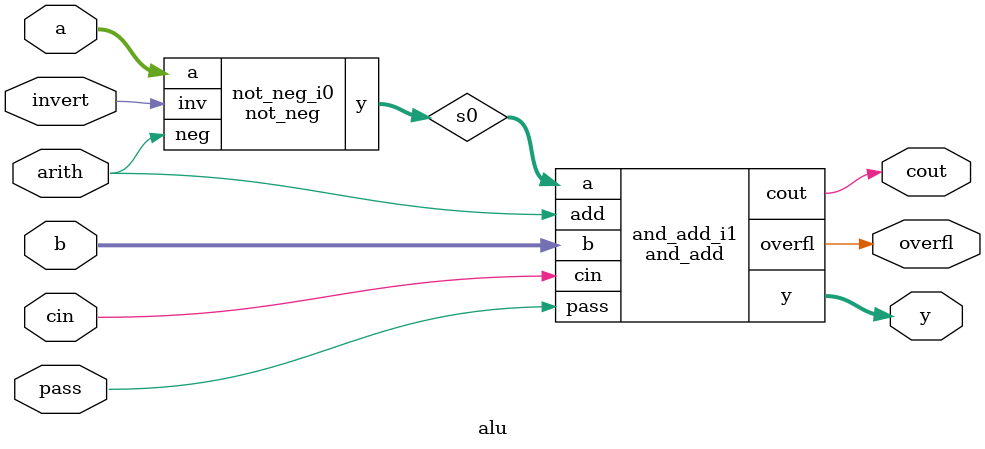
<source format=v>
/*
 * Generated by Digital. Don't modify this file!
 * Any changes will be lost if this file is regenerated.
 */

module half_adder (
  input a,
  input b,
  output sum,
  output cry
);
  assign cry = (a & b);
  assign sum = (a ^ b);
endmodule

module incrementer (
  input [3:0] a,
  input inc,
  output cry,
  output [3:0] y
);
  wire s0;
  wire s1;
  wire s2;
  wire s3;
  wire s4;
  wire s5;
  wire s6;
  wire s7;
  wire s8;
  wire s9;
  wire s10;
  assign s0 = a[3];
  assign s3 = a[2];
  assign s4 = a[1];
  assign s5 = a[0];
  half_adder half_adder_i0 (
    .a( s5 ),
    .b( inc ),
    .sum( s8 ),
    .cry( s10 )
  );
  half_adder half_adder_i1 (
    .a( s4 ),
    .b( s10 ),
    .sum( s7 ),
    .cry( s9 )
  );
  half_adder half_adder_i2 (
    .a( s3 ),
    .b( s9 ),
    .sum( s6 ),
    .cry( s1 )
  );
  half_adder half_adder_i3 (
    .a( s0 ),
    .b( s1 ),
    .sum( s2 ),
    .cry( cry )
  );
  assign y[3] = s2;
  assign y[2] = s6;
  assign y[1] = s7;
  assign y[0] = s8;
endmodule

module not_neg (
  input [3:0] a,
  input inv,
  input neg,
  output [3:0] y,
  output cry
);
  wire [3:0] s0;
  wire s1;
  assign s1 = (inv & neg);
  assign s0[3] = (inv ^ a[3]);
  assign s0[2] = (inv ^ a[2]);
  assign s0[1] = (inv ^ a[1]);
  assign s0[0] = (inv ^ a[0]);
  incrementer incrementer_i0 (
    .a( s0 ),
    .inc( s1 ),
    .cry( cry ),
    .y( y )
  );
endmodule

module full_adder (
  input a,
  input b,
  input cin,
  output sum,
  output cout
);
  assign sum = (a ^ b ^ cin);
  assign cout = ((cin & a) | (cin & b) | (b & a));
endmodule

module four_bit_adder (
  input [3:0] a,
  input [3:0] b,
  input cin,
  output [3:0] y,
  output cout,
  output overfl
);
  wire s0;
  wire s1;
  wire s2;
  wire s3;
  wire cout_temp;
  wire s4;
  wire s5;
  wire s6;
  wire s7;
  wire s8;
  wire s9;
  wire s10;
  wire s11;
  wire s12;
  wire s13;
  wire s14;
  assign s1 = b[3];
  assign s5 = b[2];
  assign s9 = b[1];
  assign s13 = b[0];
  assign s0 = a[3];
  assign s4 = a[2];
  assign s8 = a[1];
  assign s12 = a[0];
  full_adder full_adder_i0 (
    .a( s12 ),
    .b( s13 ),
    .cin( cin ),
    .sum( s14 ),
    .cout( s10 )
  );
  full_adder full_adder_i1 (
    .a( s8 ),
    .b( s9 ),
    .cin( s10 ),
    .sum( s11 ),
    .cout( s6 )
  );
  full_adder full_adder_i2 (
    .a( s4 ),
    .b( s5 ),
    .cin( s6 ),
    .sum( s7 ),
    .cout( s2 )
  );
  full_adder full_adder_i3 (
    .a( s0 ),
    .b( s1 ),
    .cin( s2 ),
    .sum( s3 ),
    .cout( cout_temp )
  );
  assign y[3] = s3;
  assign y[2] = s7;
  assign y[1] = s11;
  assign y[0] = s14;
  assign overfl = (cout_temp ^ s2);
  assign cout = cout_temp;
endmodule

module two_bit_mux (
  input [3:0] a,
  input [3:0] b,
  input [3:0] s,
  output y
);
  assign y = ((a & ~ s) | (b & s));
endmodule

module four_bit_mux (
  input [3:0] a,
  input [3:0] b,
  input sel,
  output [3:0] y
);
  wire s0;
  wire s1;
  wire s2;
  wire s3;
  wire s4;
  wire s5;
  wire s6;
  wire s7;
  wire s8;
  wire s9;
  wire s10;
  wire s11;
  assign s0 = a[3];
  assign s1 = a[2];
  assign s2 = a[1];
  assign s3 = a[0];
  assign s4 = b[3];
  assign s5 = b[2];
  assign s6 = b[1];
  assign s7 = b[0];
  two_bit_mux two_bit_mux_i0 (
    .a( s0 ),
    .b( s4 ),
    .s( sel ),
    .y( s8 )
  );
  two_bit_mux two_bit_mux_i1 (
    .a( s1 ),
    .b( s5 ),
    .s( sel ),
    .y( s9 )
  );
  two_bit_mux two_bit_mux_i2 (
    .a( s2 ),
    .b( s6 ),
    .s( sel ),
    .y( s10 )
  );
  two_bit_mux two_bit_mux_i3 (
    .a( s3 ),
    .b( s7 ),
    .s( sel ),
    .y( s11 )
  );
  assign y[3] = s8;
  assign y[2] = s9;
  assign y[1] = s10;
  assign y[0] = s11;
endmodule

module and_add (
  input [3:0] a,
  input [3:0] b,
  input add,
  input cin,
  input pass,
  output [3:0] y,
  output cout,
  output overfl
);
  wire [3:0] s0;
  wire [3:0] s1;
  wire [3:0] s2;
  four_bit_adder four_bit_adder_i0 (
    .a( a ),
    .b( b ),
    .cin( cin ),
    .y( s0 ),
    .cout( cout ),
    .overfl( overfl )
  );
  assign s1[3] = (a[3] & b[3]);
  assign s1[2] = (a[2] & b[2]);
  assign s1[1] = (a[1] & b[1]);
  assign s1[0] = (a[0] & b[0]);
  four_bit_mux four_bit_mux_i1 (
    .a( s1 ),
    .b( s0 ),
    .sel( add ),
    .y( s2 )
  );
  four_bit_mux four_bit_mux_i2 (
    .a( s2 ),
    .b( a ),
    .sel( pass ),
    .y( y )
  );
endmodule

module alu (
  input [3:0] a,
  input [3:0] b,
  input invert,
  input arith,
  input cin,
  input pass,
  output [3:0] y,
  output cout,
  output overfl
);
  wire [3:0] s0;
  not_neg not_neg_i0 (
    .a( a ),
    .inv( invert ),
    .neg( arith ),
    .y( s0 )
  );
  and_add and_add_i1 (
    .a( s0 ),
    .b( b ),
    .add( arith ),
    .cin( cin ),
    .pass( pass ),
    .y( y ),
    .cout( cout ),
    .overfl( overfl )
  );
endmodule

</source>
